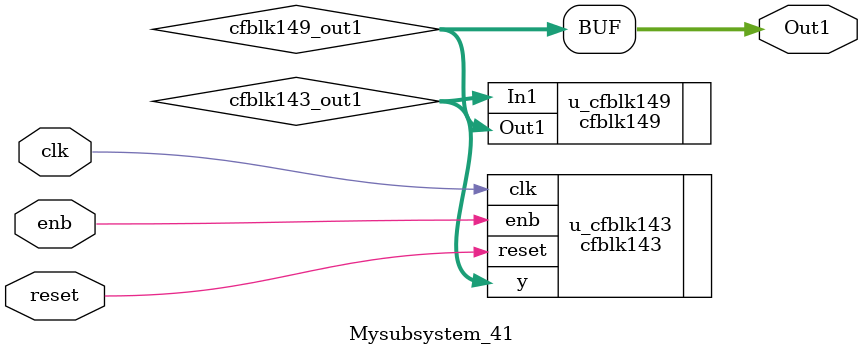
<source format=v>



`timescale 1 ns / 1 ns

module Mysubsystem_41
          (clk,
           reset,
           enb,
           Out1);


  input   clk;
  input   reset;
  input   enb;
  output  [7:0] Out1;  // uint8


  wire [7:0] cfblk143_out1;  // uint8
  wire [7:0] cfblk149_out1;  // uint8


  cfblk143 u_cfblk143 (.clk(clk),
                       .reset(reset),
                       .enb(enb),
                       .y(cfblk143_out1)  // uint8
                       );

  cfblk149 u_cfblk149 (.In1(cfblk143_out1),  // uint8
                       .Out1(cfblk149_out1)  // uint8
                       );

  assign Out1 = cfblk149_out1;

endmodule  // Mysubsystem_41


</source>
